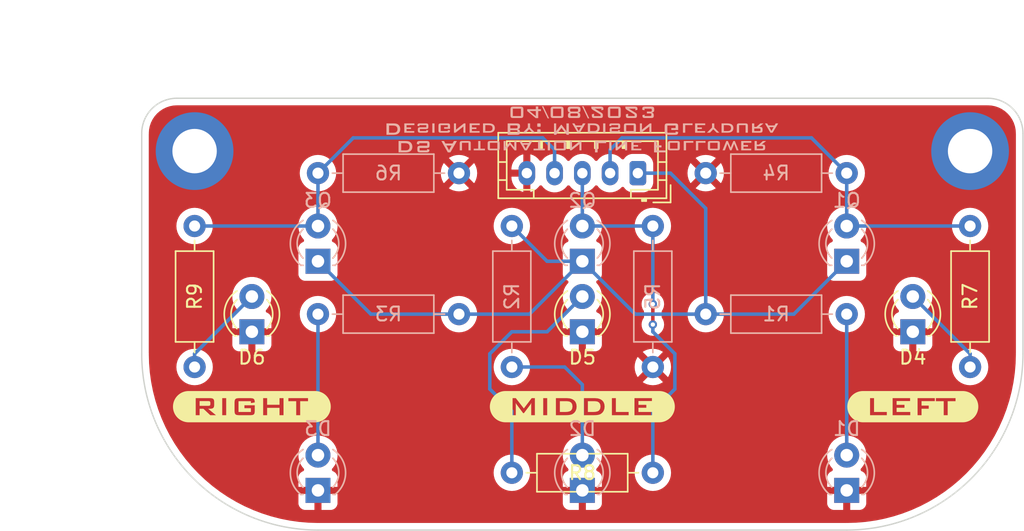
<source format=kicad_pcb>
(kicad_pcb (version 20211014) (generator pcbnew)
  (title_block (title "Destination Automation Line Follower") (date "2023-02-19") (rev "02") (comment 1 "Madison Gleydura") (comment 2 "PROTOTYPE") (comment 3 "2023"))
  (layers (0 "F.Cu" signal) (31 "B.Cu" signal) (34 "B.Paste" user) (35 "F.Paste" user) (36 "B.SilkS" user "B.Silkscreen") (37 "F.SilkS" user "F.Silkscreen") (38 "B.Mask" user) (39 "F.Mask" user) (44 "Edge.Cuts" user))
  (net 0 "")
  (net 1 "GND")
  (net 2 "+3V3")
  (net 3 "/LFL")
  (net 4 "/LFM")
  (net 5 "/LFR")
  (net 6 "/D1")
  (net 7 "/D2")
  (net 8 "/D3")
  (net 9 "/D4")
  (net 10 "/D5")
  (net 11 "/D6")
  (footprint "LED_THT:LED_D3.0mm" (layer "F.Cu") (at 146.05 118.4275 90)
    (fp_text reference "D5" (at -1.8415 0 180) (layer "F.SilkS"))
    (fp_text value "OVLBG4C7")
    (pad "1" thru_hole circle (at 2.54 0 90) (size 1.8 1.8) (drill 0.9) (layers *.Cu *.Mask) (net 10 "/D5"))
    (pad "2" thru_hole rect (at 0 0 90) (size 1.8 1.8) (drill 0.9) (layers *.Cu *.Mask) (net 1 "GND"))
  )
  (footprint "LED_THT:LED_D3.0mm" (layer "F.Cu") (at 169.8625 118.4275 90)
    (fp_text reference "D4" (at -1.8415 0 180) (layer "F.SilkS"))
    (fp_text value "OVLBG4C7")
    (pad "1" thru_hole circle (at 2.54 0 90) (size 1.8 1.8) (drill 0.9) (layers *.Cu *.Mask) (net 9 "/D4"))
    (pad "2" thru_hole rect (at 0 0 90) (size 1.8 1.8) (drill 0.9) (layers *.Cu *.Mask) (net 1 "GND"))
  )
  (footprint "kibuzzard-63C70C5D" (layer "F.Cu") (at 169.8625 123.825)
    (fp_text reference "kibuzzard-63C70C5D" hide)
    (fp_text value "G***" hide)
  )
  (footprint "Resistor_THT:R_Axial_DIN0207_L6.3mm_D2.5mm_P10.16mm_Horizontal" (layer "F.Cu") (at 140.97 128.5875)
    (fp_text reference "R8" (at 5.08 0) (layer "F.SilkS"))
    (fp_text value "10R")
    (pad "1" thru_hole circle (at 0 0) (size 1.6 1.6) (drill 0.8) (layers *.Cu *.Mask) (net 10 "/D5"))
    (pad "2" thru_hole oval (at 10.16 0) (size 1.6 1.6) (drill 0.8) (layers *.Cu *.Mask) (net 4 "/LFM"))
  )
  (footprint "MountingHole:MountingHole_3.2mm_M3_DIN965_Pad" (layer "F.Cu") (at 118.11 105.41)
    (fp_text reference "H1")
    (fp_text value "M3")
    (pad "1" thru_hole circle (at 0 0) (size 5.6 5.6) (drill 3.2) (layers *.Cu *.Mask) (net 1 "GND"))
  )
  (footprint "LED_THT:LED_D3.0mm" (layer "F.Cu") (at 122.2375 118.4275 90)
    (fp_text reference "D6" (at -1.8415 0 180) (layer "F.SilkS"))
    (fp_text value "OVLBG4C7")
    (pad "1" thru_hole circle (at 2.54 0 90) (size 1.8 1.8) (drill 0.9) (layers *.Cu *.Mask) (net 11 "/D6"))
    (pad "2" thru_hole rect (at 0 0 90) (size 1.8 1.8) (drill 0.9) (layers *.Cu *.Mask) (net 1 "GND"))
  )
  (footprint "Resistor_THT:R_Axial_DIN0207_L6.3mm_D2.5mm_P10.16mm_Horizontal" (layer "F.Cu") (at 118.11 120.9675 90)
    (fp_text reference "R9" (at 5.08 0 90) (layer "F.SilkS"))
    (fp_text value "10R")
    (pad "1" thru_hole circle (at 0 0 90) (size 1.6 1.6) (drill 0.8) (layers *.Cu *.Mask) (net 11 "/D6"))
    (pad "2" thru_hole oval (at 10.16 0 90) (size 1.6 1.6) (drill 0.8) (layers *.Cu *.Mask) (net 5 "/LFR"))
  )
  (footprint "kibuzzard-63C70C4D" (layer "F.Cu") (at 122.2375 123.825)
    (fp_text reference "kibuzzard-63C70C4D" hide)
    (fp_text value "G***" hide)
  )
  (footprint "Resistor_THT:R_Axial_DIN0207_L6.3mm_D2.5mm_P10.16mm_Horizontal" (layer "F.Cu") (at 173.99 120.9675 90)
    (fp_text reference "R7" (at 5.08 0 90) (layer "F.SilkS"))
    (fp_text value "10R")
    (pad "1" thru_hole circle (at 0 0 90) (size 1.6 1.6) (drill 0.8) (layers *.Cu *.Mask) (net 9 "/D4"))
    (pad "2" thru_hole oval (at 10.16 0 90) (size 1.6 1.6) (drill 0.8) (layers *.Cu *.Mask) (net 3 "/LFL"))
  )
  (footprint "Connector_JST:JST_PH_B5B-PH-K_1x05_P2.00mm_Vertical" (layer "F.Cu") (at 150.05 106.9975 180)
    (fp_text reference "J1")
    (fp_text value "B5B-PH-K-S(LF)(SN)")
    (pad "1" thru_hole roundrect (at 0 0 180) (size 1.2 1.75) (drill 0.75) (layers *.Cu *.Mask) (roundrect_rratio 0.2083333333) (net 2 "+3V3"))
    (pad "2" thru_hole oval (at 2 0 180) (size 1.2 1.75) (drill 0.75) (layers *.Cu *.Mask) (net 3 "/LFL"))
    (pad "3" thru_hole oval (at 4 0 180) (size 1.2 1.75) (drill 0.75) (layers *.Cu *.Mask) (net 4 "/LFM"))
    (pad "4" thru_hole oval (at 6 0 180) (size 1.2 1.75) (drill 0.75) (layers *.Cu *.Mask) (net 5 "/LFR"))
    (pad "5" thru_hole oval (at 8 0 180) (size 1.2 1.75) (drill 0.75) (layers *.Cu *.Mask) (net 1 "GND"))
  )
  (footprint "MountingHole:MountingHole_3.2mm_M3_DIN965_Pad" (layer "F.Cu") (at 173.99 105.41)
    (fp_text reference "H2")
    (fp_text value "M3")
    (pad "1" thru_hole circle (at 0 0) (size 5.6 5.6) (drill 3.2) (layers *.Cu *.Mask) (net 1 "GND"))
  )
  (footprint "kibuzzard-63C70C70" (layer "F.Cu") (at 146.05 123.825)
    (fp_text reference "kibuzzard-63C70C70" hide)
    (fp_text value "G***" hide)
  )
  (footprint "LED_THT:LED_D3.0mm" (layer "B.Cu") (at 127 113.3475 90)
    (fp_text reference "Q3" (at 4.3815 0) (layer "B.SilkS") (effects (justify mirror)))
    (fp_text value "LTR-4206E")
    (pad "1" thru_hole circle (at 2.54 0 90) (size 1.8 1.8) (drill 0.9) (layers *.Cu *.Mask) (net 5 "/LFR"))
    (pad "2" thru_hole rect (at 0 0 90) (size 1.8 1.8) (drill 0.9) (layers *.Cu *.Mask) (net 2 "+3V3"))
  )
  (footprint "kibuzzard-64320428" (layer "B.Cu") (at 146.05 102.616)
    (fp_text reference "kibuzzard-64320428" hide)
    (fp_text value "G***" hide)
  )
  (footprint "LED_THT:LED_D3.0mm" (layer "B.Cu") (at 146.05 113.3475 90)
    (fp_text reference "Q2" (at 4.3815 0) (layer "B.SilkS") (effects (justify mirror)))
    (fp_text value "LTR-4206E")
    (pad "1" thru_hole circle (at 2.54 0 90) (size 1.8 1.8) (drill 0.9) (layers *.Cu *.Mask) (net 4 "/LFM"))
    (pad "2" thru_hole rect (at 0 0 90) (size 1.8 1.8) (drill 0.9) (layers *.Cu *.Mask) (net 2 "+3V3"))
  )
  (footprint "Resistor_THT:R_Axial_DIN0207_L6.3mm_D2.5mm_P10.16mm_Horizontal" (layer "B.Cu") (at 151.13 120.9675 90)
    (fp_text reference "R5" (at 5.08 0 90) (layer "B.SilkS") (effects (justify mirror)))
    (fp_text value "10K")
    (pad "1" thru_hole circle (at 0 0 90) (size 1.6 1.6) (drill 0.8) (layers *.Cu *.Mask) (net 1 "GND"))
    (pad "2" thru_hole oval (at 10.16 0 90) (size 1.6 1.6) (drill 0.8) (layers *.Cu *.Mask) (net 4 "/LFM"))
  )
  (footprint "Resistor_THT:R_Axial_DIN0207_L6.3mm_D2.5mm_P10.16mm_Horizontal" (layer "B.Cu") (at 140.97 120.9675 90)
    (fp_text reference "R2" (at 5.08 0 90) (layer "B.SilkS") (effects (justify mirror)))
    (fp_text value "110R")
    (pad "1" thru_hole circle (at 0 0 90) (size 1.6 1.6) (drill 0.8) (layers *.Cu *.Mask) (net 7 "/D2"))
    (pad "2" thru_hole oval (at 10.16 0 90) (size 1.6 1.6) (drill 0.8) (layers *.Cu *.Mask) (net 2 "+3V3"))
  )
  (footprint "Resistor_THT:R_Axial_DIN0207_L6.3mm_D2.5mm_P10.16mm_Horizontal" (layer "B.Cu") (at 137.16 106.9975 180)
    (fp_text reference "R6" (at 5.08 0) (layer "B.SilkS") (effects (justify mirror)))
    (fp_text value "10K")
    (pad "1" thru_hole circle (at 0 0 180) (size 1.6 1.6) (drill 0.8) (layers *.Cu *.Mask) (net 1 "GND"))
    (pad "2" thru_hole oval (at 10.16 0 180) (size 1.6 1.6) (drill 0.8) (layers *.Cu *.Mask) (net 5 "/LFR"))
  )
  (footprint "LED_THT:LED_D3.0mm" (layer "B.Cu") (at 146.05 129.8575 90)
    (fp_text reference "D2" (at 4.445 0) (layer "B.SilkS") (effects (justify mirror)))
    (fp_text value "LTE-4206")
    (pad "1" thru_hole circle (at 2.54 0 90) (size 1.8 1.8) (drill 0.9) (layers *.Cu *.Mask) (net 7 "/D2"))
    (pad "2" thru_hole rect (at 0 0 90) (size 1.8 1.8) (drill 0.9) (layers *.Cu *.Mask) (net 1 "GND"))
  )
  (footprint "LED_THT:LED_D3.0mm" (layer "B.Cu") (at 165.1 129.8575 90)
    (fp_text reference "D1" (at 4.445 0) (layer "B.SilkS") (effects (justify mirror)))
    (fp_text value "LTE-4206")
    (pad "1" thru_hole circle (at 2.54 0 90) (size 1.8 1.8) (drill 0.9) (layers *.Cu *.Mask) (net 6 "/D1"))
    (pad "2" thru_hole rect (at 0 0 90) (size 1.8 1.8) (drill 0.9) (layers *.Cu *.Mask) (net 1 "GND"))
  )
  (footprint "LED_THT:LED_D3.0mm" (layer "B.Cu") (at 127 129.8575 90)
    (fp_text reference "D3" (at 4.445 0) (layer "B.SilkS") (effects (justify mirror)))
    (fp_text value "LTE-4206")
    (pad "1" thru_hole circle (at 2.54 0 90) (size 1.8 1.8) (drill 0.9) (layers *.Cu *.Mask) (net 8 "/D3"))
    (pad "2" thru_hole rect (at 0 0 90) (size 1.8 1.8) (drill 0.9) (layers *.Cu *.Mask) (net 1 "GND"))
  )
  (footprint "Resistor_THT:R_Axial_DIN0207_L6.3mm_D2.5mm_P10.16mm_Horizontal" (layer "B.Cu") (at 127 117.1575)
    (fp_text reference "R3" (at 5.08 0) (layer "B.SilkS") (effects (justify mirror)))
    (fp_text value "110R")
    (pad "1" thru_hole circle (at 0 0) (size 1.6 1.6) (drill 0.8) (layers *.Cu *.Mask) (net 8 "/D3"))
    (pad "2" thru_hole oval (at 10.16 0) (size 1.6 1.6) (drill 0.8) (layers *.Cu *.Mask) (net 2 "+3V3"))
  )
  (footprint "kibuzzard-63C6EA52" (layer "B.Cu") (at 146.05 103.8225)
    (fp_text reference "kibuzzard-63C6EA52" hide)
    (fp_text value "G***" hide)
  )
  (footprint "Resistor_THT:R_Axial_DIN0207_L6.3mm_D2.5mm_P10.16mm_Horizontal" (layer "B.Cu") (at 154.94 106.9975)
    (fp_text reference "R4" (at 5.08 0) (layer "B.SilkS") (effects (justify mirror)))
    (fp_text value "10K")
    (pad "1" thru_hole circle (at 0 0) (size 1.6 1.6) (drill 0.8) (layers *.Cu *.Mask) (net 1 "GND"))
    (pad "2" thru_hole oval (at 10.16 0) (size 1.6 1.6) (drill 0.8) (layers *.Cu *.Mask) (net 3 "/LFL"))
  )
  (footprint "LED_THT:LED_D3.0mm" (layer "B.Cu") (at 165.1 113.3475 90)
    (fp_text reference "Q1" (at 4.3815 0) (layer "B.SilkS") (effects (justify mirror)))
    (fp_text value "LTR-4206E")
    (pad "1" thru_hole circle (at 2.54 0 90) (size 1.8 1.8) (drill 0.9) (layers *.Cu *.Mask) (net 3 "/LFL"))
    (pad "2" thru_hole rect (at 0 0 90) (size 1.8 1.8) (drill 0.9) (layers *.Cu *.Mask) (net 2 "+3V3"))
  )
  (footprint "Resistor_THT:R_Axial_DIN0207_L6.3mm_D2.5mm_P10.16mm_Horizontal" (layer "B.Cu") (at 165.1 117.1575 180)
    (fp_text reference "R1" (at 5.08 0) (layer "B.SilkS") (effects (justify mirror)))
    (fp_text value "110R")
    (pad "1" thru_hole circle (at 0 0 180) (size 1.6 1.6) (drill 0.8) (layers *.Cu *.Mask) (net 6 "/D1"))
    (pad "2" thru_hole oval (at 10.16 0 180) (size 1.6 1.6) (drill 0.8) (layers *.Cu *.Mask) (net 2 "+3V3"))
  )
  (footprint "kibuzzard-63C6EA3C" (layer "B.Cu") (at 146.05 105.0925)
    (fp_text reference "kibuzzard-63C6EA3C" hide)
    (fp_text value "G***" hide)
  )
  (gr_arc (start 114.3 104.14) (mid 115.043949 102.343949) (end 116.84 101.6) (layer "Edge.Cuts") (width 0.1))
  (gr_line (start 127 132.715) (end 165.1 132.715) (layer "Edge.Cuts") (width 0.1))
  (gr_line (start 116.84 101.6) (end 175.26 101.6) (layer "Edge.Cuts") (width 0.1))
  (gr_arc (start 177.8 120.015) (mid 174.080256 128.995256) (end 165.1 132.715) (layer "Edge.Cuts") (width 0.1))
  (gr_arc (start 127 132.715) (mid 118.019744 128.995256) (end 114.3 120.015) (layer "Edge.Cuts") (width 0.1))
  (gr_arc (start 175.26 101.6) (mid 177.056051 102.343949) (end 177.8 104.14) (layer "Edge.Cuts") (width 0.1))
  (gr_line (start 177.8 104.14) (end 177.8 120.015) (layer "Edge.Cuts") (width 0.1))
  (gr_line (start 114.3 104.14) (end 114.3 120.015) (layer "Edge.Cuts") (width 0.1))
  (segment (start 161.29 117.1575) (end 165.1 113.3475) (width 0.254) (layer "B.Cu") (net 2))
  (segment (start 149.86 117.1575) (end 154.94 117.1575) (width 0.254) (layer "B.Cu") (net 2))
  (segment (start 130.81 117.1575) (end 127 113.3475) (width 0.254) (layer "B.Cu") (net 2))
  (segment (start 154.94 109.5375) (end 152.4 106.9975) (width 0.254) (layer "B.Cu") (net 2))
  (segment (start 146.05 113.3475) (end 149.86 117.1575) (width 0.254) (layer "B.Cu") (net 2))
  (segment (start 154.94 117.1575) (end 161.29 117.1575) (width 0.254) (layer "B.Cu") (net 2))
  (segment (start 154.94 117.1575) (end 154.94 109.5375) (width 0.254) (layer "B.Cu") (net 2))
  (segment (start 137.16 117.1575) (end 130.81 117.1575) (width 0.254) (layer "B.Cu") (net 2))
  (segment (start 146.05 113.3475) (end 142.24 117.1575) (width 0.254) (layer "B.Cu") (net 2))
  (segment (start 143.51 113.3475) (end 146.05 113.3475) (width 0.254) (layer "B.Cu") (net 2))
  (segment (start 152.4 106.9975) (end 150.05 106.9975) (width 0.254) (layer "B.Cu") (net 2))
  (segment (start 142.24 117.1575) (end 137.16 117.1575) (width 0.254) (layer "B.Cu") (net 2))
  (segment (start 140.97 110.8075) (end 143.51 113.3475) (width 0.254) (layer "B.Cu") (net 2))
  (segment (start 165.1 110.8075) (end 173.99 110.8075) (width 0.254) (layer "B.Cu") (net 3))
  (segment (start 148.05 106.9975) (end 148.05 105.315) (width 0.254) (layer "B.Cu") (net 3))
  (segment (start 165.1 106.9975) (end 162.56 104.4575) (width 0.254) (layer "B.Cu") (net 3))
  (segment (start 165.1 110.8075) (end 165.1 106.9975) (width 0.254) (layer "B.Cu") (net 3))
  (segment (start 148.05 105.315) (end 148.9075 104.4575) (width 0.254) (layer "B.Cu") (net 3))
  (segment (start 148.9075 104.4575) (end 162.56 104.4575) (width 0.254) (layer "B.Cu") (net 3))
  (segment (start 151.13 116.4336) (end 151.13 117.9068) (width 0.254) (layer "F.Cu") (net 4))
  (via (at 151.13 117.9068) (size 0.6) (drill 0.31) (layers "F.Cu" "B.Cu") (net 4))
  (via (at 151.13 116.4336) (size 0.6) (drill 0.31) (layers "F.Cu" "B.Cu") (net 4))
  (segment (start 152.7175 122.555) (end 151.13 124.1425) (width 0.254) (layer "B.Cu") (net 4))
  (segment (start 151.13 117.9068) (end 151.13 118.4275) (width 0.254) (layer "B.Cu") (net 4))
  (segment (start 152.7175 120.015) (end 152.7175 122.555) (width 0.254) (layer "B.Cu") (net 4))
  (segment (start 151.13 124.1425) (end 151.13 128.5875) (width 0.254) (layer "B.Cu") (net 4))
  (segment (start 151.13 110.8075) (end 146.05 110.8075) (width 0.254) (layer "B.Cu") (net 4))
  (segment (start 146.05 110.8075) (end 146.05 106.9975) (width 0.254) (layer "B.Cu") (net 4))
  (segment (start 151.13 110.8075) (end 151.13 116.4336) (width 0.254) (layer "B.Cu") (net 4))
  (segment (start 151.13 118.4275) (end 152.7175 120.015) (width 0.254) (layer "B.Cu") (net 4))
  (segment (start 129.54 104.4575) (end 127 106.9975) (width 0.254) (layer "B.Cu") (net 5))
  (segment (start 144.05 105.315) (end 143.1925 104.4575) (width 0.254) (layer "B.Cu") (net 5))
  (segment (start 144.05 106.9975) (end 144.05 105.315) (width 0.254) (layer "B.Cu") (net 5))
  (segment (start 127 106.9975) (end 127 110.8075) (width 0.254) (layer "B.Cu") (net 5))
  (segment (start 118.11 110.8075) (end 127 110.8075) (width 0.254) (layer "B.Cu") (net 5))
  (segment (start 143.1925 104.4575) (end 129.54 104.4575) (width 0.254) (layer "B.Cu") (net 5))
  (segment (start 165.1 117.1575) (end 165.1 127.3175) (width 0.254) (layer "B.Cu") (net 6))
  (segment (start 146.05 122.2375) (end 146.05 127.3175) (width 0.25) (layer "B.Cu") (net 7))
  (segment (start 144.78 120.9675) (end 146.05 122.2375) (width 0.25) (layer "B.Cu") (net 7))
  (segment (start 140.97 120.9675) (end 144.78 120.9675) (width 0.25) (layer "B.Cu") (net 7))
  (segment (start 127 117.1575) (end 127 127.4925) (width 0.254) (layer "B.Cu") (net 8))
  (segment (start 169.8625 115.8875) (end 173.99 120.015) (width 0.254) (layer "B.Cu") (net 9))
  (segment (start 173.99 120.015) (end 173.99 120.9675) (width 0.254) (layer "B.Cu") (net 9))
  (segment (start 140.97 124.1425) (end 140.97 128.5875) (width 0.254) (layer "B.Cu") (net 10))
  (segment (start 139.3825 120.015) (end 139.3825 122.555) (width 0.254) (layer "B.Cu") (net 10))
  (segment (start 146.05 115.8875) (end 143.51 118.4275) (width 0.254) (layer "B.Cu") (net 10))
  (segment (start 140.97 118.4275) (end 139.3825 120.015) (width 0.254) (layer "B.Cu") (net 10))
  (segment (start 143.51 118.4275) (end 140.97 118.4275) (width 0.254) (layer "B.Cu") (net 10))
  (segment (start 139.3825 122.555) (end 140.97 124.1425) (width 0.254) (layer "B.Cu") (net 10))
  (segment (start 118.11 120.015) (end 118.11 120.9675) (width 0.254) (layer "B.Cu") (net 11))
  (segment (start 122.2375 115.8875) (end 118.11 120.015) (width 0.254) (layer "B.Cu") (net 11))
  (zone (net 1) (net_name "GND") (layer "F.Cu") (connect_pads (clearance 0.508)) (min_thickness 0.254) (fill yes (thermal_gap 0.508) (thermal_bridge_width 0.508))
    (polygon (pts (xy 177.8 132.715) (xy 114.3 132.715) (xy 114.3 101.6) (xy 177.8 101.6)))
  )
)
</source>
